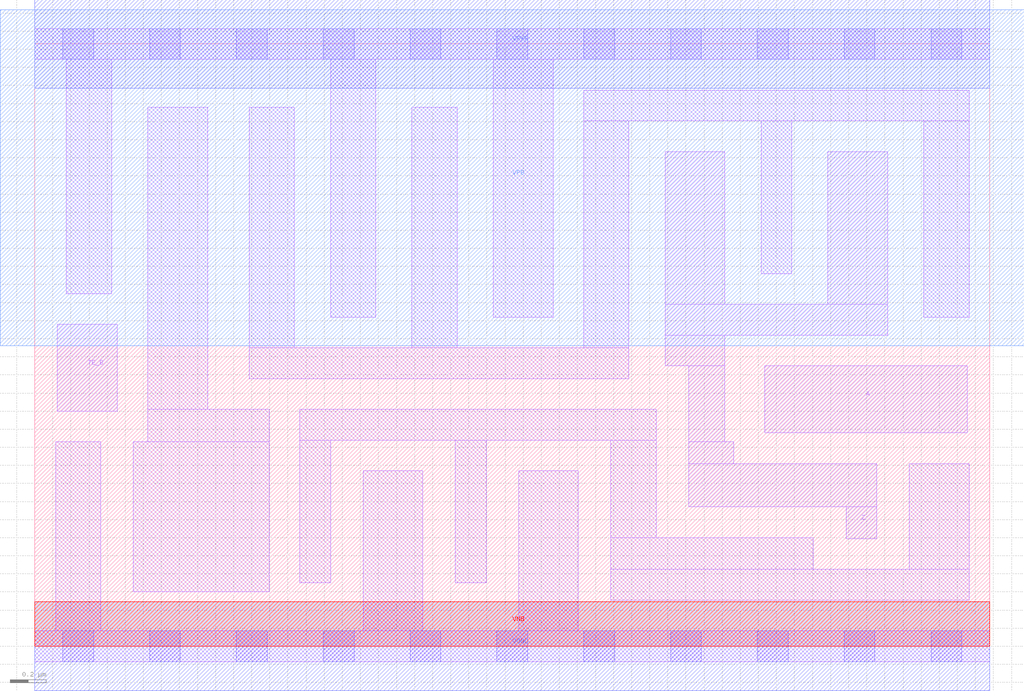
<source format=lef>
# Copyright 2020 The SkyWater PDK Authors
#
# Licensed under the Apache License, Version 2.0 (the "License");
# you may not use this file except in compliance with the License.
# You may obtain a copy of the License at
#
#     https://www.apache.org/licenses/LICENSE-2.0
#
# Unless required by applicable law or agreed to in writing, software
# distributed under the License is distributed on an "AS IS" BASIS,
# WITHOUT WARRANTIES OR CONDITIONS OF ANY KIND, either express or implied.
# See the License for the specific language governing permissions and
# limitations under the License.
#
# SPDX-License-Identifier: Apache-2.0

VERSION 5.7 ;
  NOWIREEXTENSIONATPIN ON ;
  DIVIDERCHAR "/" ;
  BUSBITCHARS "[]" ;
MACRO sky130_fd_sc_ls__einvn_4
  CLASS CORE ;
  FOREIGN sky130_fd_sc_ls__einvn_4 ;
  ORIGIN  0.000000  0.000000 ;
  SIZE  5.280000 BY  3.330000 ;
  SYMMETRY X Y ;
  SITE unit ;
  PIN A
    ANTENNAGATEAREA  1.116000 ;
    DIRECTION INPUT ;
    USE SIGNAL ;
    PORT
      LAYER li1 ;
        RECT 4.035000 1.180000 5.155000 1.550000 ;
    END
  END A
  PIN TE_B
    ANTENNAGATEAREA  0.951000 ;
    DIRECTION INPUT ;
    USE SIGNAL ;
    PORT
      LAYER li1 ;
        RECT 0.125000 1.300000 0.455000 1.780000 ;
    END
  END TE_B
  PIN Z
    ANTENNADIFFAREA  1.086400 ;
    DIRECTION OUTPUT ;
    USE SIGNAL ;
    PORT
      LAYER li1 ;
        RECT 3.485000 1.550000 3.815000 1.720000 ;
        RECT 3.485000 1.720000 4.715000 1.890000 ;
        RECT 3.485000 1.890000 3.815000 2.735000 ;
        RECT 3.615000 0.770000 4.655000 1.010000 ;
        RECT 3.615000 1.010000 3.865000 1.130000 ;
        RECT 3.615000 1.130000 3.815000 1.550000 ;
        RECT 4.385000 1.890000 4.715000 2.735000 ;
        RECT 4.485000 0.595000 4.655000 0.770000 ;
    END
  END Z
  PIN VGND
    DIRECTION INOUT ;
    SHAPE ABUTMENT ;
    USE GROUND ;
    PORT
      LAYER met1 ;
        RECT 0.000000 -0.245000 5.280000 0.245000 ;
    END
  END VGND
  PIN VNB
    DIRECTION INOUT ;
    USE GROUND ;
    PORT
      LAYER pwell ;
        RECT 0.000000 0.000000 5.280000 0.245000 ;
    END
  END VNB
  PIN VPB
    DIRECTION INOUT ;
    USE POWER ;
    PORT
      LAYER nwell ;
        RECT -0.190000 1.660000 5.470000 3.520000 ;
    END
  END VPB
  PIN VPWR
    DIRECTION INOUT ;
    SHAPE ABUTMENT ;
    USE POWER ;
    PORT
      LAYER met1 ;
        RECT 0.000000 3.085000 5.280000 3.575000 ;
    END
  END VPWR
  OBS
    LAYER li1 ;
      RECT 0.000000 -0.085000 5.280000 0.085000 ;
      RECT 0.000000  3.245000 5.280000 3.415000 ;
      RECT 0.115000  0.085000 0.365000 1.130000 ;
      RECT 0.175000  1.950000 0.425000 3.245000 ;
      RECT 0.545000  0.300000 1.295000 1.130000 ;
      RECT 0.625000  1.130000 1.295000 1.310000 ;
      RECT 0.625000  1.310000 0.955000 2.980000 ;
      RECT 1.185000  1.480000 3.285000 1.650000 ;
      RECT 1.185000  1.650000 1.435000 2.980000 ;
      RECT 1.465000  0.350000 1.635000 1.140000 ;
      RECT 1.465000  1.140000 3.435000 1.310000 ;
      RECT 1.635000  1.820000 1.885000 3.245000 ;
      RECT 1.815000  0.085000 2.145000 0.970000 ;
      RECT 2.085000  1.650000 2.335000 2.980000 ;
      RECT 2.325000  0.350000 2.495000 1.140000 ;
      RECT 2.535000  1.820000 2.865000 3.245000 ;
      RECT 2.675000  0.085000 3.005000 0.970000 ;
      RECT 3.035000  1.650000 3.285000 2.905000 ;
      RECT 3.035000  2.905000 5.165000 3.075000 ;
      RECT 3.185000  0.255000 5.165000 0.425000 ;
      RECT 3.185000  0.425000 4.305000 0.600000 ;
      RECT 3.185000  0.600000 3.435000 1.140000 ;
      RECT 4.015000  2.060000 4.185000 2.905000 ;
      RECT 4.835000  0.425000 5.165000 1.010000 ;
      RECT 4.915000  1.820000 5.165000 2.905000 ;
    LAYER mcon ;
      RECT 0.155000 -0.085000 0.325000 0.085000 ;
      RECT 0.155000  3.245000 0.325000 3.415000 ;
      RECT 0.635000 -0.085000 0.805000 0.085000 ;
      RECT 0.635000  3.245000 0.805000 3.415000 ;
      RECT 1.115000 -0.085000 1.285000 0.085000 ;
      RECT 1.115000  3.245000 1.285000 3.415000 ;
      RECT 1.595000 -0.085000 1.765000 0.085000 ;
      RECT 1.595000  3.245000 1.765000 3.415000 ;
      RECT 2.075000 -0.085000 2.245000 0.085000 ;
      RECT 2.075000  3.245000 2.245000 3.415000 ;
      RECT 2.555000 -0.085000 2.725000 0.085000 ;
      RECT 2.555000  3.245000 2.725000 3.415000 ;
      RECT 3.035000 -0.085000 3.205000 0.085000 ;
      RECT 3.035000  3.245000 3.205000 3.415000 ;
      RECT 3.515000 -0.085000 3.685000 0.085000 ;
      RECT 3.515000  3.245000 3.685000 3.415000 ;
      RECT 3.995000 -0.085000 4.165000 0.085000 ;
      RECT 3.995000  3.245000 4.165000 3.415000 ;
      RECT 4.475000 -0.085000 4.645000 0.085000 ;
      RECT 4.475000  3.245000 4.645000 3.415000 ;
      RECT 4.955000 -0.085000 5.125000 0.085000 ;
      RECT 4.955000  3.245000 5.125000 3.415000 ;
  END
END sky130_fd_sc_ls__einvn_4
END LIBRARY

</source>
